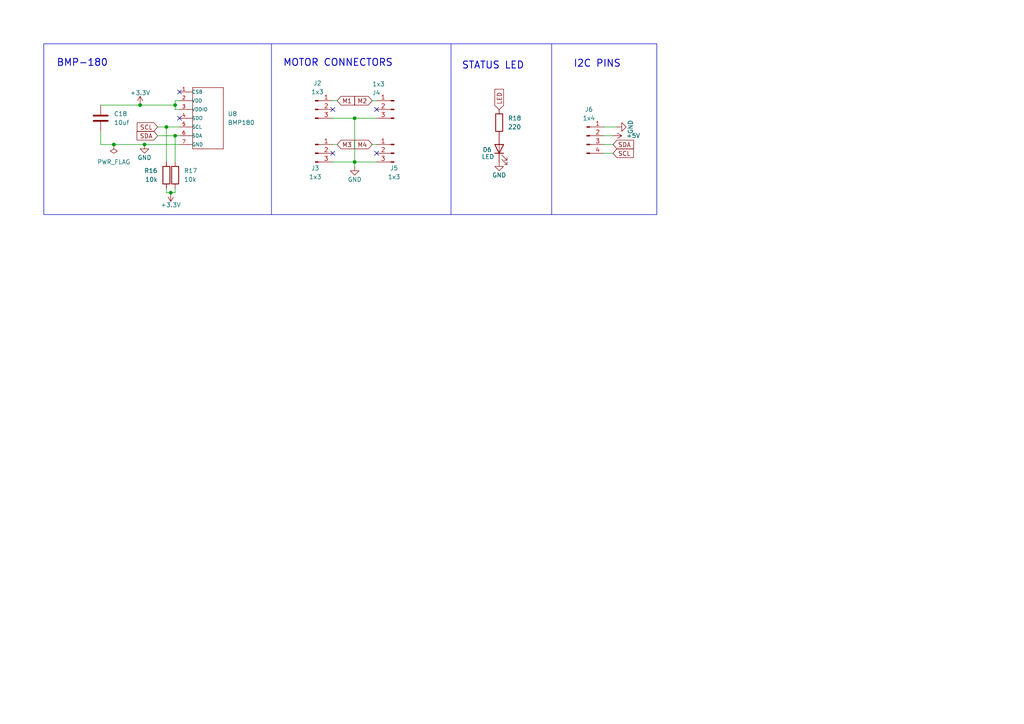
<source format=kicad_sch>
(kicad_sch (version 20250114) (generator "eeschema") (generator_version "9.0")
  (paper "A4")
  (lib_symbols
    (symbol "Connector:Conn_01x03_Pin" (pin_names (offset 1.016) (hide yes))
      (property "Reference" "J" (at 0 5.08 0))
      (property "Value" "Conn_01x03_Pin" (at 0 -5.08 0))
      (symbol "Conn_01x03_Pin_1_1"
        (rectangle (start 0.8636 2.667) (end 0 2.413) (stroke (width 0.1524)) (fill (type outline)))
        (rectangle (start 0.8636 0.127) (end 0 -0.127) (stroke (width 0.1524)) (fill (type outline)))
        (rectangle (start 0.8636 -2.413) (end 0 -2.667) (stroke (width 0.1524)) (fill (type outline)))
        (polyline (pts (xy 1.27 2.54) (xy 0.8636 2.54)) (stroke (width 0.1524)))
        (polyline (pts (xy 1.27 0) (xy 0.8636 0)) (stroke (width 0.1524)))
        (polyline (pts (xy 1.27 -2.54) (xy 0.8636 -2.54)) (stroke (width 0.1524)))
        (pin passive line (at 5.08 2.54 180) (length 3.81) (name "Pin_1") (number "1"))
        (pin passive line (at 5.08 0 180) (length 3.81) (name "Pin_2") (number "2"))
        (pin passive line (at 5.08 -2.54 180) (length 3.81) (name "Pin_3") (number "3"))
      )
    )
    (symbol "Connector:Conn_01x04_Pin" (pin_names (offset 1.016) (hide yes))
      (property "Reference" "J" (at 0 5.08 0))
      (property "Value" "Conn_01x04_Pin" (at 0 -7.62 0))
      (symbol "Conn_01x04_Pin_1_1"
        (rectangle (start 0.8636 2.667) (end 0 2.413) (stroke (width 0.1524)) (fill (type outline)))
        (rectangle (start 0.8636 0.127) (end 0 -0.127) (stroke (width 0.1524)) (fill (type outline)))
        (rectangle (start 0.8636 -2.413) (end 0 -2.667) (stroke (width 0.1524)) (fill (type outline)))
        (rectangle (start 0.8636 -4.953) (end 0 -5.207) (stroke (width 0.1524)) (fill (type outline)))
        (polyline (pts (xy 1.27 2.54) (xy 0.8636 2.54)) (stroke (width 0.1524)))
        (polyline (pts (xy 1.27 0) (xy 0.8636 0)) (stroke (width 0.1524)))
        (polyline (pts (xy 1.27 -2.54) (xy 0.8636 -2.54)) (stroke (width 0.1524)))
        (polyline (pts (xy 1.27 -5.08) (xy 0.8636 -5.08)) (stroke (width 0.1524)))
        (pin passive line (at 5.08 2.54 180) (length 3.81) (name "Pin_1") (number "1"))
        (pin passive line (at 5.08 0 180) (length 3.81) (name "Pin_2") (number "2"))
        (pin passive line (at 5.08 -2.54 180) (length 3.81) (name "Pin_3") (number "3"))
        (pin passive line (at 5.08 -5.08 180) (length 3.81) (name "Pin_4") (number "4"))
      )
    )
    (symbol "Device:C" (pin_numbers (hide yes)) (pin_names (offset 0.254))
      (property "Reference" "C" (at 0.635 2.54 0))
      (property "Value" "C" (at 0.635 -2.54 0))
      (symbol "C_0_1"
        (polyline (pts (xy -2.032 0.762) (xy 2.032 0.762)) (stroke (width 0.508)))
        (polyline (pts (xy -2.032 -0.762) (xy 2.032 -0.762)) (stroke (width 0.508)))
      )
      (symbol "C_1_1"
        (pin passive line (at 0 3.81 270) (length 2.794) (name "~") (number "1"))
        (pin passive line (at 0 -3.81 90) (length 2.794) (name "~") (number "2"))
      )
    )
    (symbol "Device:LED" (pin_numbers (hide yes)) (pin_names (offset 1.016) (hide yes))
      (property "Reference" "D" (at 0 2.54 0))
      (property "Value" "LED" (at 0 -2.54 0))
      (symbol "LED_0_1"
        (polyline (pts (xy -3.048 -0.762) (xy -4.572 -2.286) (xy -3.81 -2.286) (xy -4.572 -2.286) (xy -4.572 -1.524)))
        (polyline (pts (xy -1.778 -0.762) (xy -3.302 -2.286) (xy -2.54 -2.286) (xy -3.302 -2.286) (xy -3.302 -1.524)))
        (polyline (pts (xy -1.27 0) (xy 1.27 0)))
        (polyline (pts (xy -1.27 -1.27) (xy -1.27 1.27)) (stroke (width 0.254)))
        (polyline (pts (xy 1.27 -1.27) (xy 1.27 1.27) (xy -1.27 0) (xy 1.27 -1.27)) (stroke (width 0.254)))
      )
      (symbol "LED_1_1"
        (pin passive line (at -3.81 0 0) (length 2.54) (name "K") (number "1"))
        (pin passive line (at 3.81 0 180) (length 2.54) (name "A") (number "2"))
      )
    )
    (symbol "Device:R" (pin_numbers (hide yes)) (pin_names (offset 0))
      (property "Reference" "R" (at 2.032 0 90))
      (property "Value" "R" (at 0 0 90))
      (symbol "R_0_1"
        (rectangle (start -1.016 -2.54) (end 1.016 2.54) (stroke (width 0.254)))
      )
      (symbol "R_1_1"
        (pin passive line (at 0 3.81 270) (length 1.27) (name "~") (number "1"))
        (pin passive line (at 0 -3.81 90) (length 1.27) (name "~") (number "2"))
      )
    )
    (symbol "PRESSURE-BMP180_LGA7_:PRESSURE-BMP180_LGA7_" (pin_names (offset 1.016))
      (property "Reference" "U" (at 1.2708 10.1667 0))
      (symbol "PRESSURE-BMP180_LGA7__0_0"
        (polyline (pts (xy -1.27 7.62) (xy 0 7.62)) (stroke (width 0.1524)))
        (polyline (pts (xy -1.27 5.08) (xy 0 5.08)) (stroke (width 0.1524)))
        (polyline (pts (xy -1.27 2.54) (xy 0 2.54)) (stroke (width 0.1524)))
        (polyline (pts (xy -1.27 0) (xy 0 0)) (stroke (width 0.1524)))
        (polyline (pts (xy -1.27 -2.54) (xy 0 -2.54)) (stroke (width 0.1524)))
        (polyline (pts (xy -1.27 -5.08) (xy 0 -5.08)) (stroke (width 0.1524)))
        (polyline (pts (xy -1.27 -7.62) (xy 0 -7.62)) (stroke (width 0.1524)))
        (polyline (pts (xy 0 8.89) (xy 8.89 8.89)) (stroke (width 0.1524)))
        (polyline (pts (xy 0 7.62) (xy 0 8.89)) (stroke (width 0.1524)))
        (polyline (pts (xy 0 5.08) (xy 0 7.62)) (stroke (width 0.1524)))
        (polyline (pts (xy 0 2.54) (xy 0 5.08)) (stroke (width 0.1524)))
        (polyline (pts (xy 0 0) (xy 0 2.54)) (stroke (width 0.1524)))
        (polyline (pts (xy 0 -2.54) (xy 0 0)) (stroke (width 0.1524)))
        (polyline (pts (xy 0 -5.08) (xy 0 -2.54)) (stroke (width 0.1524)))
        (polyline (pts (xy 0 -7.62) (xy 0 -5.08)) (stroke (width 0.1524)))
        (polyline (pts (xy 0 -8.89) (xy 0 -7.62)) (stroke (width 0.1524)))
        (polyline (pts (xy 8.89 8.89) (xy 8.89 -8.89)) (stroke (width 0.1524)))
        (polyline (pts (xy 8.89 -8.89) (xy 0 -8.89)) (stroke (width 0.1524)))
        (pin bidirectional line (at -3.81 7.62 0) (length 2.54) (name "CSB") (number "1"))
        (pin bidirectional line (at -3.81 5.08 0) (length 2.54) (name "VDD") (number "2"))
        (pin bidirectional line (at -3.81 2.54 0) (length 2.54) (name "VDDIO") (number "3"))
        (pin bidirectional line (at -3.81 0 0) (length 2.54) (name "SDO") (number "4"))
        (pin bidirectional line (at -3.81 -2.54 0) (length 2.54) (name "SCL") (number "5"))
        (pin bidirectional line (at -3.81 -5.08 0) (length 2.54) (name "SDA") (number "6"))
        (pin bidirectional line (at -3.81 -7.62 0) (length 2.54) (name "GND") (number "7"))
      )
    )
    (symbol "power:+3.3V" (power) (pin_numbers (hide yes)) (pin_names (offset 0) (hide yes))
      (property "Value" "+3.3V" (at 0 3.556 0))
      (symbol "+3.3V_0_1"
        (polyline (pts (xy -0.762 1.27) (xy 0 2.54)))
        (polyline (pts (xy 0 2.54) (xy 0.762 1.27)))
        (polyline (pts (xy 0 0) (xy 0 2.54)))
      )
      (symbol "+3.3V_1_1"
        (pin power_in line (at 0 0 90) (length 0) (name "~") (number "1"))
      )
    )
    (symbol "power:+5V" (power) (pin_numbers (hide yes)) (pin_names (offset 0) (hide yes))
      (property "Value" "+5V" (at 0 3.556 0))
      (symbol "+5V_0_1"
        (polyline (pts (xy -0.762 1.27) (xy 0 2.54)))
        (polyline (pts (xy 0 2.54) (xy 0.762 1.27)))
        (polyline (pts (xy 0 0) (xy 0 2.54)))
      )
      (symbol "+5V_1_1"
        (pin power_in line (at 0 0 90) (length 0) (name "~") (number "1"))
      )
    )
    (symbol "power:GND" (power) (pin_numbers (hide yes)) (pin_names (offset 0) (hide yes))
      (property "Value" "GND" (at 0 -3.81 0))
      (symbol "GND_0_1"
        (polyline (pts (xy 0 0) (xy 0 -1.27) (xy 1.27 -1.27) (xy 0 -2.54) (xy -1.27 -1.27) (xy 0 -1.27)))
      )
      (symbol "GND_1_1"
        (pin power_in line (at 0 0 270) (length 0) (name "~") (number "1"))
      )
    )
    (symbol "power:PWR_FLAG" (power) (pin_numbers (hide yes)) (pin_names (offset 0) (hide yes))
      (property "Value" "PWR_FLAG" (at 0 3.81 0))
      (symbol "PWR_FLAG_0_0"
        (pin power_out line (at 0 0 90) (length 0) (name "~") (number "1"))
      )
      (symbol "PWR_FLAG_0_1"
        (polyline (pts (xy 0 0) (xy 0 1.27) (xy -1.016 1.905) (xy 0 2.54) (xy 1.016 1.905) (xy 0 1.27)))
      )
    )
  )
  (rectangle (start 12.7 12.7) (end 190.5 62.23))
  (text "MOTOR CONNECTORS\n" (at 98.044 18.288 0) (effects (font (size 2.032 2.032) (thickness 0.254))))
  (text "I2C PINS\n" (at 173.228 18.542 0) (effects (font (size 2.032 2.032) (thickness 0.254))))
  (text "BMP-180\n" (at 23.876 18.288 0) (effects (font (size 2.032 2.032) (thickness 0.254))))
  (text "STATUS LED\n" (at 143.002 19.05 0) (effects (font (size 2.032 2.032) (thickness 0.254))))
  (junction (at 41.91 41.91))
  (junction (at 33.02 41.91))
  (junction (at 50.8 30.48))
  (junction (at 50.8 39.37))
  (junction (at 48.26 36.83))
  (junction (at 40.64 30.48))
  (junction (at 102.87 34.29))
  (junction (at 102.87 46.99))
  (junction (at 49.53 55.88))
  (no_connect (at 109.22 31.75))
  (no_connect (at 96.52 31.75))
  (no_connect (at 52.07 34.29))
  (no_connect (at 52.07 26.67))
  (no_connect (at 96.52 44.45))
  (no_connect (at 109.22 44.45))
  (wire (pts (xy 50.8 31.75) (xy 52.07 31.75)))
  (wire (pts (xy 96.52 29.21) (xy 97.79 29.21)))
  (wire (pts (xy 50.8 29.21) (xy 50.8 30.48)))
  (wire (pts (xy 102.87 34.29) (xy 102.87 46.99)))
  (wire (pts (xy 96.52 41.91) (xy 97.79 41.91)))
  (wire (pts (xy 175.26 41.91) (xy 177.8 41.91)))
  (wire (pts (xy 48.26 36.83) (xy 48.26 46.99)))
  (wire (pts (xy 48.26 36.83) (xy 52.07 36.83)))
  (wire (pts (xy 175.26 36.83) (xy 179.07 36.83)))
  (wire (pts (xy 107.95 41.91) (xy 109.22 41.91)))
  (wire (pts (xy 50.8 39.37) (xy 52.07 39.37)))
  (wire (pts (xy 48.26 54.61) (xy 48.26 55.88)))
  (polyline (pts (xy 130.81 12.7) (xy 130.81 62.23)))
  (wire (pts (xy 41.91 41.91) (xy 33.02 41.91)))
  (wire (pts (xy 48.26 55.88) (xy 49.53 55.88)))
  (wire (pts (xy 102.87 46.99) (xy 96.52 46.99)))
  (wire (pts (xy 96.52 34.29) (xy 102.87 34.29)))
  (wire (pts (xy 50.8 39.37) (xy 50.8 46.99)))
  (wire (pts (xy 40.64 30.48) (xy 50.8 30.48)))
  (wire (pts (xy 50.8 30.48) (xy 50.8 31.75)))
  (wire (pts (xy 49.53 55.88) (xy 50.8 55.88)))
  (polyline (pts (xy 160.02 12.7) (xy 160.02 62.23)))
  (wire (pts (xy 102.87 34.29) (xy 109.22 34.29)))
  (wire (pts (xy 175.26 44.45) (xy 177.8 44.45)))
  (wire (pts (xy 33.02 41.91) (xy 29.21 41.91)))
  (wire (pts (xy 50.8 54.61) (xy 50.8 55.88)))
  (wire (pts (xy 102.87 46.99) (xy 109.22 46.99)))
  (wire (pts (xy 52.07 41.91) (xy 41.91 41.91)))
  (wire (pts (xy 29.21 30.48) (xy 40.64 30.48)))
  (wire (pts (xy 175.26 39.37) (xy 177.8 39.37)))
  (wire (pts (xy 102.87 46.99) (xy 102.87 48.26)))
  (wire (pts (xy 52.07 29.21) (xy 50.8 29.21)))
  (wire (pts (xy 29.21 41.91) (xy 29.21 38.1)))
  (wire (pts (xy 107.95 29.21) (xy 109.22 29.21)))
  (wire (pts (xy 45.72 39.37) (xy 50.8 39.37)))
  (wire (pts (xy 45.72 36.83) (xy 48.26 36.83)))
  (polyline (pts (xy 78.74 12.7) (xy 78.74 62.23)))
  (global_label "M2" (shape input) (at 107.95 29.21 180) (property "Intersheetrefs" "${INTERSHEET_REFS}" (effects (hide yes))))
  (global_label "M3" (shape input) (at 97.79 41.91 0) (property "Intersheetrefs" "${INTERSHEET_REFS}" (effects (hide yes))))
  (global_label "M4" (shape input) (at 107.95 41.91 180) (property "Intersheetrefs" "${INTERSHEET_REFS}" (effects (hide yes))))
  (global_label "SDA" (shape input) (at 45.72 39.37 180) (property "Intersheetrefs" "${INTERSHEET_REFS}" (effects (hide yes))))
  (global_label "SCL" (shape input) (at 177.8 44.45 0) (property "Intersheetrefs" "${INTERSHEET_REFS}" (effects (hide yes))))
  (global_label "M1" (shape input) (at 97.79 29.21 0) (property "Intersheetrefs" "${INTERSHEET_REFS}" (effects (hide yes))))
  (global_label "LED" (shape input) (at 144.78 31.75 90) (property "Intersheetrefs" "${INTERSHEET_REFS}" (effects (hide yes))))
  (global_label "SDA" (shape input) (at 177.8 41.91 0) (property "Intersheetrefs" "${INTERSHEET_REFS}" (effects (hide yes))))
  (global_label "SCL" (shape input) (at 45.72 36.83 180) (property "Intersheetrefs" "${INTERSHEET_REFS}" (effects (hide yes))))
  (symbol (lib_id "power:GND") (at 144.78 46.99 0) (unit 1)
    (property "Reference" "#PWR038" (effects (hide yes)))
    (property "Value" "GND" (at 144.78 50.8 0))
    (property "Description" "Power symbol creates a global label with name \"GND\" , ground" (effects (hide yes)))
  )
  (symbol (lib_id "PRESSURE-BMP180_LGA7_:PRESSURE-BMP180_LGA7_") (at 55.88 34.29 0) (unit 1)
    (property "Reference" "U8" (at 66.04 33.0199 0) (effects (justify left)))
    (property "Value" "BMP180" (at 66.04 35.5599 0) (effects (justify left)))
    (property "Footprint" "PRESSURE-BMP180_LGA7_:LGA7-1.5-3.8X3.6MM" (effects (hide yes)))
    (property "MF" "Bosch" (effects (hide yes)))
    (property "Description_1" "Pressure Sensor 4.35PSI ~ 15.95PSI (30kPa ~ 110kPa) Absolute - 16 ~ 19 b 7-VLGA" (effects (hide yes)))
    (property "Package" "LGA-7 Bosch" (effects (hide yes)))
    (property "MPN" "BMP18" (effects (hide yes)))
    (property "Price" "None" (effects (hide yes)))
    (property "VALUE" "BMP18" (effects (hide yes)))
    (property "SnapEDA_Link" "https://www.snapeda.com/parts/BMP180/Bosch/view-part/?ref=snap" (effects (hide yes)))
    (property "MP" "BMP180" (effects (hide yes)))
    (property "Availability" "In Stock" (effects (hide yes)))
    (property "Check_prices" "https://www.snapeda.com/parts/BMP180/Bosch/view-part/?ref=eda" (effects (hide yes)))
  )
  (symbol (lib_id "power:PWR_FLAG") (at 33.02 41.91 180) (unit 1)
    (property "Reference" "#FLG05" (effects (hide yes)))
    (property "Value" "PWR_FLAG" (at 33.02 46.99 0))
    (property "Description" "Special symbol for telling ERC where power comes from" (effects (hide yes)))
  )
  (symbol (lib_id "power:GND") (at 102.87 48.26 0) (unit 1)
    (property "Reference" "#PWR037" (effects (hide yes)))
    (property "Value" "GND" (at 102.87 52.07 0))
    (property "Description" "Power symbol creates a global label with name \"GND\" , ground" (effects (hide yes)))
  )
  (symbol (lib_id "Connector:Conn_01x03_Pin") (at 114.3 31.75 0) (mirror y) (unit 1)
    (property "Reference" "J4" (at 107.95 26.924 0) (effects (justify right)))
    (property "Value" "1x3" (at 107.95 24.384 0) (effects (justify right)))
    (property "Footprint" "Connector_PinHeader_2.54mm:PinHeader_1x03_P2.54mm_Vertical" (effects (hide yes)))
    (property "Description" "Generic connector, single row, 01x03, script generated" (effects (hide yes)))
  )
  (symbol (lib_id "Connector:Conn_01x04_Pin") (at 170.18 39.37 0) (unit 1)
    (property "Reference" "J6" (at 170.815 31.75 0))
    (property "Value" "1x4" (at 170.815 34.29 0))
    (property "Footprint" "Connector_JST:JST_PH_B4B-PH-K_1x04_P2.00mm_Vertical" (effects (hide yes)))
    (property "Description" "Generic connector, single row, 01x04, script generated" (effects (hide yes)))
  )
  (symbol (lib_id "Connector:Conn_01x03_Pin") (at 91.44 44.45 0) (unit 1)
    (property "Reference" "J3" (at 91.44 48.768 0))
    (property "Value" "1x3" (at 91.44 51.308 0))
    (property "Footprint" "Connector_PinHeader_2.54mm:PinHeader_1x03_P2.54mm_Vertical" (effects (hide yes)))
    (property "Description" "Generic connector, single row, 01x03, script generated" (effects (hide yes)))
  )
  (symbol (lib_id "Device:LED") (at 144.78 43.18 90) (unit 1)
    (property "Reference" "D6" (at 139.954 43.434 90) (effects (justify right)))
    (property "Value" "LED" (at 139.7 45.466 90) (effects (justify right)))
    (property "Footprint" "LED_SMD:LED_0805_2012Metric" (effects (hide yes)))
    (property "Description" "Light emitting diode" (effects (hide yes)))
    (property "Sim.Pins" "1=K 2=A" (effects (hide yes)))
  )
  (symbol (lib_id "Device:R") (at 48.26 50.8 0) (mirror y) (unit 1)
    (property "Reference" "R16" (at 45.72 49.5299 0) (effects (justify left)))
    (property "Value" "10k" (at 45.72 52.0699 0) (effects (justify left)))
    (property "Footprint" "Resistor_SMD:R_0603_1608Metric" (effects (hide yes)))
    (property "Description" "Resistor" (effects (hide yes)))
  )
  (symbol (lib_id "power:+3.3V") (at 49.53 55.88 180) (unit 1)
    (property "Reference" "#PWR036" (effects (hide yes)))
    (property "Value" "+3.3V" (at 49.53 59.436 0))
    (property "Description" "Power symbol creates a global label with name \"+3.3V\"" (effects (hide yes)))
  )
  (symbol (lib_id "Device:R") (at 50.8 50.8 0) (unit 1)
    (property "Reference" "R17" (at 53.34 49.5299 0) (effects (justify left)))
    (property "Value" "10k" (at 53.34 52.0699 0) (effects (justify left)))
    (property "Footprint" "Resistor_SMD:R_0603_1608Metric" (effects (hide yes)))
    (property "Description" "Resistor" (effects (hide yes)))
  )
  (symbol (lib_id "Connector:Conn_01x03_Pin") (at 91.44 31.75 0) (unit 1)
    (property "Reference" "J2" (at 92.075 24.13 0))
    (property "Value" "1x3" (at 92.075 26.67 0))
    (property "Footprint" "Connector_PinHeader_2.54mm:PinHeader_1x03_P2.54mm_Vertical" (effects (hide yes)))
    (property "Description" "Generic connector, single row, 01x03, script generated" (effects (hide yes)))
  )
  (symbol (lib_id "Device:C") (at 29.21 34.29 0) (unit 1)
    (property "Reference" "C18" (at 33.02 33.0199 0) (effects (justify left)))
    (property "Value" "10uf" (at 33.02 35.5599 0) (effects (justify left)))
    (property "Footprint" "Capacitor_SMD:C_0603_1608Metric" (effects (hide yes)))
    (property "Description" "Unpolarized capacitor" (effects (hide yes)))
  )
  (symbol (lib_id "Device:R") (at 144.78 35.56 0) (unit 1)
    (property "Reference" "R18" (at 147.32 34.2899 0) (effects (justify left)))
    (property "Value" "220" (at 147.32 36.8299 0) (effects (justify left)))
    (property "Footprint" "Resistor_SMD:R_0603_1608Metric" (effects (hide yes)))
    (property "Description" "Resistor" (effects (hide yes)))
  )
  (symbol (lib_id "power:GND") (at 179.07 36.83 90) (unit 1)
    (property "Reference" "#PWR039" (effects (hide yes)))
    (property "Value" "GND" (at 182.88 36.83 0))
    (property "Description" "Power symbol creates a global label with name \"GND\" , ground" (effects (hide yes)))
  )
  (symbol (lib_id "power:+3.3V") (at 40.64 30.48 0) (unit 1)
    (property "Reference" "#PWR034" (effects (hide yes)))
    (property "Value" "+3.3V" (at 40.64 26.924 0))
    (property "Description" "Power symbol creates a global label with name \"+3.3V\"" (effects (hide yes)))
  )
  (symbol (lib_id "Connector:Conn_01x03_Pin") (at 114.3 44.45 0) (mirror y) (unit 1)
    (property "Reference" "J5" (at 114.3 48.768 0))
    (property "Value" "1x3" (at 114.3 51.308 0))
    (property "Footprint" "Connector_PinHeader_2.54mm:PinHeader_1x03_P2.54mm_Vertical" (effects (hide yes)))
    (property "Description" "Generic connector, single row, 01x03, script generated" (effects (hide yes)))
  )
  (symbol (lib_id "power:+5V") (at 177.8 39.37 270) (unit 1)
    (property "Reference" "#PWR040" (effects (hide yes)))
    (property "Value" "+5V" (at 181.61 39.3699 90) (effects (justify left)))
    (property "Description" "Power symbol creates a global label with name \"+5V\"" (effects (hide yes)))
  )
  (symbol (lib_id "power:GND") (at 41.91 41.91 0) (unit 1)
    (property "Reference" "#PWR035" (effects (hide yes)))
    (property "Value" "GND" (at 41.91 45.72 0))
    (property "Description" "Power symbol creates a global label with name \"GND\" , ground" (effects (hide yes)))
  )
)
</source>
